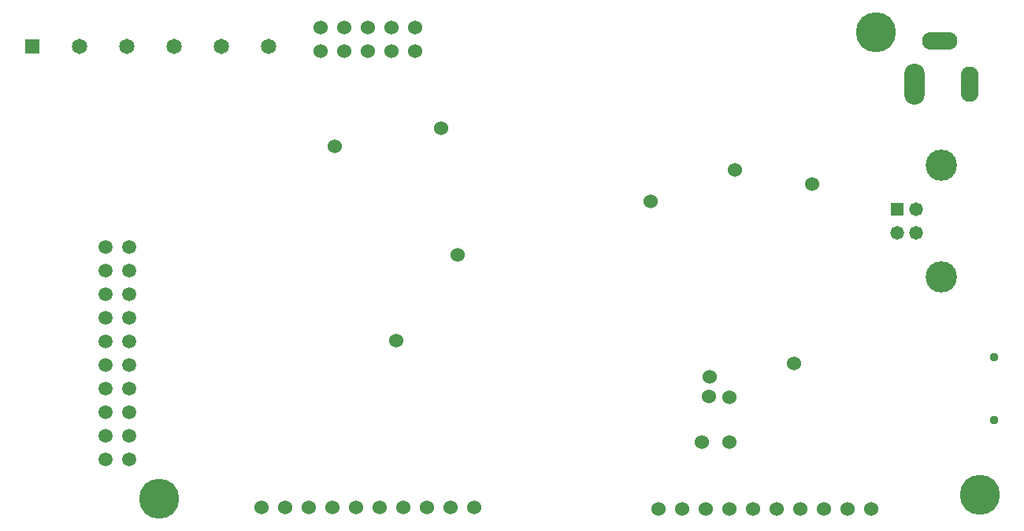
<source format=gbr>
%TF.GenerationSoftware,KiCad,Pcbnew,5.1.10*%
%TF.CreationDate,2021-11-13T19:57:08-07:00*%
%TF.ProjectId,Engine-Controller,456e6769-6e65-42d4-936f-6e74726f6c6c,1.0*%
%TF.SameCoordinates,Original*%
%TF.FileFunction,Soldermask,Bot*%
%TF.FilePolarity,Negative*%
%FSLAX46Y46*%
G04 Gerber Fmt 4.6, Leading zero omitted, Abs format (unit mm)*
G04 Created by KiCad (PCBNEW 5.1.10) date 2021-11-13 19:57:08*
%MOMM*%
%LPD*%
G01*
G04 APERTURE LIST*
%ADD10C,1.524000*%
%ADD11C,3.366000*%
%ADD12C,1.478000*%
%ADD13R,1.478000X1.478000*%
%ADD14C,0.950000*%
%ADD15O,2.200000X4.400000*%
%ADD16O,1.900000X3.800000*%
%ADD17O,3.800000X1.900000*%
%ADD18C,4.300000*%
%ADD19C,1.498600*%
%ADD20C,1.650000*%
%ADD21R,1.650000X1.650000*%
G04 APERTURE END LIST*
D10*
%TO.C,P4*%
X187782200Y-150279100D03*
X185242200Y-150279100D03*
X182702200Y-150279100D03*
X180162200Y-150279100D03*
X177622200Y-150279100D03*
X175082200Y-150279100D03*
X172542200Y-150279100D03*
X170002200Y-150279100D03*
X167462200Y-150279100D03*
X164922200Y-150279100D03*
%TD*%
D11*
%TO.C,P2*%
X195318200Y-113258400D03*
X195318200Y-125298400D03*
D12*
X192608200Y-118028400D03*
X192608200Y-120528400D03*
D13*
X190608200Y-118028400D03*
D12*
X190608200Y-120528400D03*
%TD*%
D14*
%TO.C,P6*%
X200990200Y-133912400D03*
X200990200Y-140712400D03*
%TD*%
D10*
%TO.C,P7*%
X145173700Y-150088600D03*
X142633700Y-150088600D03*
X140093700Y-150088600D03*
X137553700Y-150088600D03*
X135013700Y-150088600D03*
X132473700Y-150088600D03*
X129933700Y-150088600D03*
X127393700Y-150088600D03*
X124853700Y-150088600D03*
X122313700Y-150088600D03*
%TD*%
%TO.C,TP7*%
X170395900Y-138176000D03*
%TD*%
%TO.C,TP1*%
X136779000Y-132143500D03*
%TD*%
%TO.C,TP2*%
X181470300Y-115252500D03*
%TD*%
%TO.C,TP3*%
X172542200Y-143090900D03*
%TD*%
%TO.C,TP4*%
X141617700Y-109245400D03*
%TD*%
%TO.C,TP5*%
X169570400Y-143090900D03*
%TD*%
D15*
%TO.C,P1*%
X192443200Y-104546400D03*
D16*
X198398200Y-104546400D03*
D17*
X195148200Y-99856400D03*
%TD*%
D10*
%TO.C,P5*%
X128600200Y-100990400D03*
X131140200Y-100990400D03*
X133680200Y-100990400D03*
X136220200Y-100990400D03*
X138760200Y-100990400D03*
X128600200Y-98450400D03*
X131140200Y-98450400D03*
X133680200Y-98450400D03*
X136220200Y-98450400D03*
X138760200Y-98450400D03*
%TD*%
%TO.C,TP9*%
X179476400Y-134607300D03*
%TD*%
%TO.C,TP10*%
X143332200Y-122897900D03*
%TD*%
%TO.C,TP6*%
X170446700Y-136004300D03*
%TD*%
%TO.C,TP8*%
X172580300Y-138252200D03*
%TD*%
%TO.C,TP11*%
X173164500Y-113779300D03*
%TD*%
D18*
%TO.C,H1*%
X188290200Y-98958400D03*
%TD*%
%TO.C,H2*%
X111290100Y-149110700D03*
%TD*%
%TO.C,H3*%
X199466200Y-148742400D03*
%TD*%
D19*
%TO.C,P3*%
X108026200Y-122072400D03*
X105486200Y-122072400D03*
X108026200Y-124612400D03*
X105486200Y-124612400D03*
X108026200Y-127152400D03*
X105486200Y-127152400D03*
X108026200Y-129692400D03*
X105486200Y-129692400D03*
X108026200Y-132232400D03*
X105486200Y-132232400D03*
X108026200Y-134772400D03*
X105486200Y-134772400D03*
X108026200Y-137312400D03*
X105486200Y-137312400D03*
X108026200Y-139852400D03*
X105486200Y-139852400D03*
X108026200Y-142392400D03*
X105486200Y-142392400D03*
X108026200Y-144932400D03*
X105486200Y-144932400D03*
%TD*%
D20*
%TO.C,P8*%
X123012200Y-100482400D03*
X117932200Y-100482400D03*
X112852200Y-100482400D03*
X107772200Y-100482400D03*
X102692200Y-100482400D03*
D21*
X97612200Y-100482400D03*
%TD*%
D10*
%TO.C,TP12*%
X164109400Y-117144800D03*
%TD*%
%TO.C,TP13*%
X130149600Y-111188500D03*
%TD*%
M02*

</source>
